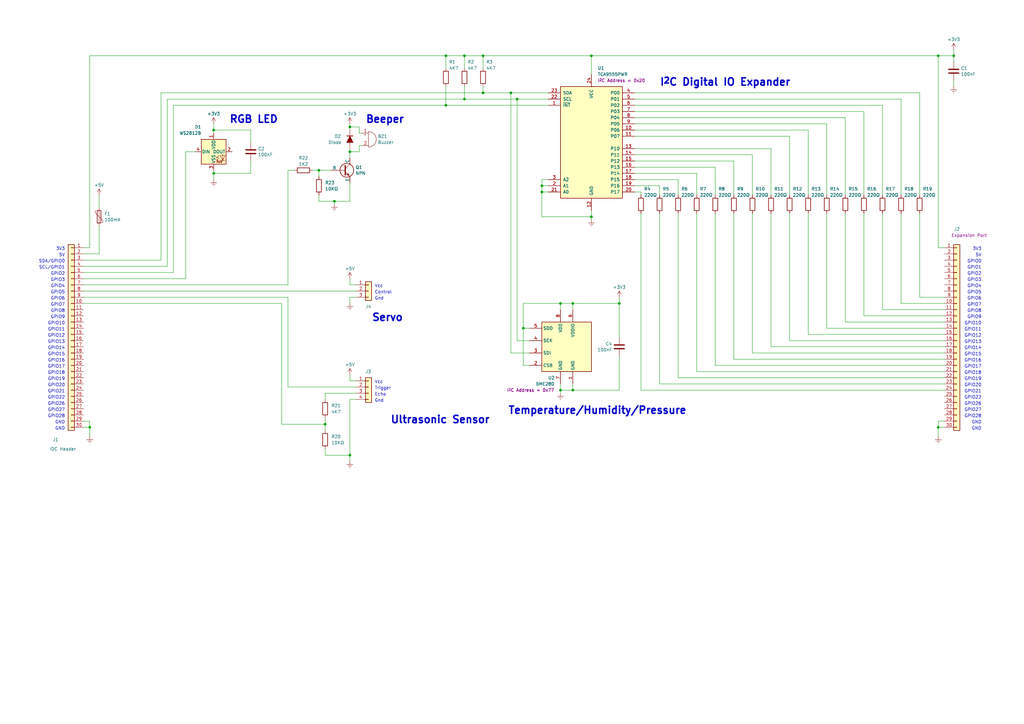
<source format=kicad_sch>
(kicad_sch (version 20230121) (generator eeschema)
  (paper "A3")
  (title_block (title "Pico Xpander - Sensor Array Board") (company "Evroy Systems Ltd."))
  (lib_symbols
    (symbol "Connector_Generic:Conn_01x03" (pin_names (offset 1.016) hide)
      (property "Reference" "J" (at 0 5.08 0))
      (property "Value" "Conn_01x03" (at 0 -5.08 0))
      (symbol "Conn_01x03_1_1"
        (rectangle (start -1.27 -2.413) (end 0 -2.667) (stroke (width 0.1524)))
        (rectangle (start -1.27 0.127) (end 0 -0.127) (stroke (width 0.1524)))
        (rectangle (start -1.27 2.667) (end 0 2.413) (stroke (width 0.1524)))
        (rectangle (start -1.27 3.81) (end 1.27 -3.81) (stroke (width 0.254)) (fill (type background)))
        (pin passive line (at -5.08 2.54 0) (length 3.81) (name "Pin_1") (number "1"))
        (pin passive line (at -5.08 0 0) (length 3.81) (name "Pin_2") (number "2"))
        (pin passive line (at -5.08 -2.54 0) (length 3.81) (name "Pin_3") (number "3"))
      )
    )
    (symbol "Connector_Generic:Conn_01x04" (pin_names (offset 1.016) hide)
      (property "Reference" "J" (at 0 5.08 0))
      (property "Value" "Conn_01x04" (at 0 -7.62 0))
      (symbol "Conn_01x04_1_1"
        (rectangle (start -1.27 -4.953) (end 0 -5.207) (stroke (width 0.1524)))
        (rectangle (start -1.27 -2.413) (end 0 -2.667) (stroke (width 0.1524)))
        (rectangle (start -1.27 0.127) (end 0 -0.127) (stroke (width 0.1524)))
        (rectangle (start -1.27 2.667) (end 0 2.413) (stroke (width 0.1524)))
        (rectangle (start -1.27 3.81) (end 1.27 -6.35) (stroke (width 0.254)) (fill (type background)))
        (pin passive line (at -5.08 2.54 0) (length 3.81) (name "Pin_1") (number "1"))
        (pin passive line (at -5.08 0 0) (length 3.81) (name "Pin_2") (number "2"))
        (pin passive line (at -5.08 -2.54 0) (length 3.81) (name "Pin_3") (number "3"))
        (pin passive line (at -5.08 -5.08 0) (length 3.81) (name "Pin_4") (number "4"))
      )
    )
    (symbol "Connector_Generic:Conn_01x30" (pin_names (offset 1.016) hide)
      (property "Reference" "J" (at 0 38.1 0))
      (property "Value" "Conn_01x30" (at 0 -40.64 0))
      (symbol "Conn_01x30_1_1"
        (rectangle (start -1.27 -37.973) (end 0 -38.227) (stroke (width 0.1524)))
        (rectangle (start -1.27 -35.433) (end 0 -35.687) (stroke (width 0.1524)))
        (rectangle (start -1.27 -32.893) (end 0 -33.147) (stroke (width 0.1524)))
        (rectangle (start -1.27 -30.353) (end 0 -30.607) (stroke (width 0.1524)))
        (rectangle (start -1.27 -27.813) (end 0 -28.067) (stroke (width 0.1524)))
        (rectangle (start -1.27 -25.273) (end 0 -25.527) (stroke (width 0.1524)))
        (rectangle (start -1.27 -22.733) (end 0 -22.987) (stroke (width 0.1524)))
        (rectangle (start -1.27 -20.193) (end 0 -20.447) (stroke (width 0.1524)))
        (rectangle (start -1.27 -17.653) (end 0 -17.907) (stroke (width 0.1524)))
        (rectangle (start -1.27 -15.113) (end 0 -15.367) (stroke (width 0.1524)))
        (rectangle (start -1.27 -12.573) (end 0 -12.827) (stroke (width 0.1524)))
        (rectangle (start -1.27 -10.033) (end 0 -10.287) (stroke (width 0.1524)))
        (rectangle (start -1.27 -7.493) (end 0 -7.747) (stroke (width 0.1524)))
        (rectangle (start -1.27 -4.953) (end 0 -5.207) (stroke (width 0.1524)))
        (rectangle (start -1.27 -2.413) (end 0 -2.667) (stroke (width 0.1524)))
        (rectangle (start -1.27 0.127) (end 0 -0.127) (stroke (width 0.1524)))
        (rectangle (start -1.27 2.667) (end 0 2.413) (stroke (width 0.1524)))
        (rectangle (start -1.27 5.207) (end 0 4.953) (stroke (width 0.1524)))
        (rectangle (start -1.27 7.747) (end 0 7.493) (stroke (width 0.1524)))
        (rectangle (start -1.27 10.287) (end 0 10.033) (stroke (width 0.1524)))
        (rectangle (start -1.27 12.827) (end 0 12.573) (stroke (width 0.1524)))
        (rectangle (start -1.27 15.367) (end 0 15.113) (stroke (width 0.1524)))
        (rectangle (start -1.27 17.907) (end 0 17.653) (stroke (width 0.1524)))
        (rectangle (start -1.27 20.447) (end 0 20.193) (stroke (width 0.1524)))
        (rectangle (start -1.27 22.987) (end 0 22.733) (stroke (width 0.1524)))
        (rectangle (start -1.27 25.527) (end 0 25.273) (stroke (width 0.1524)))
        (rectangle (start -1.27 28.067) (end 0 27.813) (stroke (width 0.1524)))
        (rectangle (start -1.27 30.607) (end 0 30.353) (stroke (width 0.1524)))
        (rectangle (start -1.27 33.147) (end 0 32.893) (stroke (width 0.1524)))
        (rectangle (start -1.27 35.687) (end 0 35.433) (stroke (width 0.1524)))
        (rectangle (start -1.27 36.83) (end 1.27 -39.37) (stroke (width 0.254)) (fill (type background)))
        (pin passive line (at -5.08 35.56 0) (length 3.81) (name "Pin_1") (number "1"))
        (pin passive line (at -5.08 12.7 0) (length 3.81) (name "Pin_10") (number "10"))
        (pin passive line (at -5.08 10.16 0) (length 3.81) (name "Pin_11") (number "11"))
        (pin passive line (at -5.08 7.62 0) (length 3.81) (name "Pin_12") (number "12"))
        (pin passive line (at -5.08 5.08 0) (length 3.81) (name "Pin_13") (number "13"))
        (pin passive line (at -5.08 2.54 0) (length 3.81) (name "Pin_14") (number "14"))
        (pin passive line (at -5.08 0 0) (length 3.81) (name "Pin_15") (number "15"))
        (pin passive line (at -5.08 -2.54 0) (length 3.81) (name "Pin_16") (number "16"))
        (pin passive line (at -5.08 -5.08 0) (length 3.81) (name "Pin_17") (number "17"))
        (pin passive line (at -5.08 -7.62 0) (length 3.81) (name "Pin_18") (number "18"))
        (pin passive line (at -5.08 -10.16 0) (length 3.81) (name "Pin_19") (number "19"))
        (pin passive line (at -5.08 33.02 0) (length 3.81) (name "Pin_2") (number "2"))
        (pin passive line (at -5.08 -12.7 0) (length 3.81) (name "Pin_20") (number "20"))
        (pin passive line (at -5.08 -15.24 0) (length 3.81) (name "Pin_21") (number "21"))
        (pin passive line (at -5.08 -17.78 0) (length 3.81) (name "Pin_22") (number "22"))
        (pin passive line (at -5.08 -20.32 0) (length 3.81) (name "Pin_23") (number "23"))
        (pin passive line (at -5.08 -22.86 0) (length 3.81) (name "Pin_24") (number "24"))
        (pin passive line (at -5.08 -25.4 0) (length 3.81) (name "Pin_25") (number "25"))
        (pin passive line (at -5.08 -27.94 0) (length 3.81) (name "Pin_26") (number "26"))
        (pin passive line (at -5.08 -30.48 0) (length 3.81) (name "Pin_27") (number "27"))
        (pin passive line (at -5.08 -33.02 0) (length 3.81) (name "Pin_28") (number "28"))
        (pin passive line (at -5.08 -35.56 0) (length 3.81) (name "Pin_29") (number "29"))
        (pin passive line (at -5.08 30.48 0) (length 3.81) (name "Pin_3") (number "3"))
        (pin passive line (at -5.08 -38.1 0) (length 3.81) (name "Pin_30") (number "30"))
        (pin passive line (at -5.08 27.94 0) (length 3.81) (name "Pin_4") (number "4"))
        (pin passive line (at -5.08 25.4 0) (length 3.81) (name "Pin_5") (number "5"))
        (pin passive line (at -5.08 22.86 0) (length 3.81) (name "Pin_6") (number "6"))
        (pin passive line (at -5.08 20.32 0) (length 3.81) (name "Pin_7") (number "7"))
        (pin passive line (at -5.08 17.78 0) (length 3.81) (name "Pin_8") (number "8"))
        (pin passive line (at -5.08 15.24 0) (length 3.81) (name "Pin_9") (number "9"))
      )
    )
    (symbol "Device:Buzzer" (pin_names (offset 0.0254) hide)
      (property "Reference" "BZ" (at 3.81 1.27 0))
      (property "Value" "Buzzer" (at 3.81 -1.27 0))
      (symbol "Buzzer_0_1"
        (arc (start 0 -3.175) (mid 3.1612 0) (end 0 3.175))
        (polyline (pts (xy -1.651 1.905) (xy -1.143 1.905)))
        (polyline (pts (xy -1.397 2.159) (xy -1.397 1.651)))
        (polyline (pts (xy 0 3.175) (xy 0 -3.175)))
      )
      (symbol "Buzzer_1_1"
        (pin passive line (at -2.54 2.54 0) (length 2.54) (name "+") (number "1"))
        (pin passive line (at -2.54 -2.54 0) (length 2.54) (name "-") (number "2"))
      )
    )
    (symbol "Device:C" (pin_numbers hide) (pin_names (offset 0.254))
      (property "Reference" "C" (at 0.635 2.54 0))
      (property "Value" "C" (at 0.635 -2.54 0))
      (symbol "C_0_1"
        (polyline (pts (xy -2.032 -0.762) (xy 2.032 -0.762)) (stroke (width 0.508)))
        (polyline (pts (xy -2.032 0.762) (xy 2.032 0.762)) (stroke (width 0.508)))
      )
      (symbol "C_1_1"
        (pin passive line (at 0 3.81 270) (length 2.794) (name "~") (number "1"))
        (pin passive line (at 0 -3.81 90) (length 2.794) (name "~") (number "2"))
      )
    )
    (symbol "Device:Polyfuse" (pin_numbers hide) (pin_names (offset 0))
      (property "Reference" "F" (at -2.54 0 90))
      (property "Value" "Polyfuse" (at 2.54 0 90))
      (symbol "Polyfuse_0_1"
        (rectangle (start -0.762 2.54) (end 0.762 -2.54) (stroke (width 0.254)))
        (polyline (pts (xy 0 2.54) (xy 0 -2.54)))
        (polyline (pts (xy -1.524 2.54) (xy -1.524 1.524) (xy 1.524 -1.524) (xy 1.524 -2.54)))
      )
      (symbol "Polyfuse_1_1"
        (pin passive line (at 0 3.81 270) (length 1.27) (name "~") (number "1"))
        (pin passive line (at 0 -3.81 90) (length 1.27) (name "~") (number "2"))
      )
    )
    (symbol "Device:R" (pin_numbers hide) (pin_names (offset 0))
      (property "Reference" "R" (at 2.032 0 90))
      (property "Value" "R" (at 0 0 90))
      (symbol "R_0_1"
        (rectangle (start -1.016 -2.54) (end 1.016 2.54) (stroke (width 0.254)))
      )
      (symbol "R_1_1"
        (pin passive line (at 0 3.81 270) (length 1.27) (name "~") (number "1"))
        (pin passive line (at 0 -3.81 90) (length 1.27) (name "~") (number "2"))
      )
    )
    (symbol "Diode_Custom:Diode" (pin_numbers hide) (pin_names (offset 1.016) hide)
      (property "Reference" "D" (at 0 2.54 0))
      (property "Value" "Diode" (at 0 -2.54 0))
      (symbol "Diode_0_1"
        (polyline (pts (xy -1.3916 1.2517) (xy -1.3916 -1.2883)) (stroke (width 0.3)))
        (polyline (pts (xy 1.27 0) (xy -1.27 0)))
        (polyline (pts (xy 1.27 1.27) (xy 1.27 -1.27) (xy -1.27 0) (xy 1.27 1.27)) (stroke (width 0.254)) (fill (type outline)))
      )
      (symbol "Diode_1_1"
        (pin passive line (at -3.81 0 0) (length 2.54) (name "K") (number "1"))
        (pin passive line (at 3.81 0 180) (length 2.54) (name "A") (number "2"))
      )
    )
    (symbol "Interface_Expansion:TCA9555PWR" (pin_names (offset 1.016))
      (property "Reference" "U" (at -11.43 24.13 0))
      (property "Value" "TCA9555PWR" (at 0 0 0))
      (symbol "TCA9555PWR_0_1"
        (rectangle (start -12.7 22.86) (end 12.7 -22.86) (stroke (width 0.254)) (fill (type background)))
      )
      (symbol "TCA9555PWR_1_1"
        (pin open_collector line (at -17.78 15.24 0) (length 5.08) (name "~{INT}") (number "1"))
        (pin bidirectional line (at 17.78 5.08 180) (length 5.08) (name "P06") (number "10"))
        (pin bidirectional line (at 17.78 2.54 180) (length 5.08) (name "P07") (number "11"))
        (pin power_in line (at 0 -27.94 90) (length 5.08) (name "GND") (number "12"))
        (pin bidirectional line (at 17.78 -2.54 180) (length 5.08) (name "P10") (number "13"))
        (pin bidirectional line (at 17.78 -5.08 180) (length 5.08) (name "P11") (number "14"))
        (pin bidirectional line (at 17.78 -7.62 180) (length 5.08) (name "P12") (number "15"))
        (pin bidirectional line (at 17.78 -10.16 180) (length 5.08) (name "P13") (number "16"))
        (pin bidirectional line (at 17.78 -12.7 180) (length 5.08) (name "P14") (number "17"))
        (pin bidirectional line (at 17.78 -15.24 180) (length 5.08) (name "P15") (number "18"))
        (pin bidirectional line (at 17.78 -17.78 180) (length 5.08) (name "P16") (number "19"))
        (pin input line (at -17.78 -17.78 0) (length 5.08) (name "A1") (number "2"))
        (pin bidirectional line (at 17.78 -20.32 180) (length 5.08) (name "P17") (number "20"))
        (pin input line (at -17.78 -20.32 0) (length 5.08) (name "A0") (number "21"))
        (pin input line (at -17.78 17.78 0) (length 5.08) (name "SCL") (number "22"))
        (pin bidirectional line (at -17.78 20.32 0) (length 5.08) (name "SDA") (number "23"))
        (pin power_in line (at 0 27.94 270) (length 5.08) (name "VCC") (number "24"))
        (pin input line (at -17.78 -15.24 0) (length 5.08) (name "A2") (number "3"))
        (pin bidirectional line (at 17.78 20.32 180) (length 5.08) (name "P00") (number "4"))
        (pin bidirectional line (at 17.78 17.78 180) (length 5.08) (name "P01") (number "5"))
        (pin bidirectional line (at 17.78 15.24 180) (length 5.08) (name "P02") (number "6"))
        (pin bidirectional line (at 17.78 12.7 180) (length 5.08) (name "P03") (number "7"))
        (pin bidirectional line (at 17.78 10.16 180) (length 5.08) (name "P04") (number "8"))
        (pin bidirectional line (at 17.78 7.62 180) (length 5.08) (name "P05") (number "9"))
      )
    )
    (symbol "LED:WS2812B" (pin_names (offset 0.254))
      (property "Reference" "D" (at 5.08 5.715 0))
      (property "Value" "WS2812B" (at 1.27 -5.715 0))
      (symbol "WS2812B_0_0"
        (text "RGB" (at 2.286 -4.191 0) (effects (font (size 0.762 0.762))))
      )
      (symbol "WS2812B_0_1"
        (polyline (pts (xy 1.27 -3.556) (xy 1.778 -3.556)))
        (polyline (pts (xy 1.27 -2.54) (xy 1.778 -2.54)))
        (polyline (pts (xy 4.699 -3.556) (xy 2.667 -3.556)))
        (polyline (pts (xy 2.286 -2.54) (xy 1.27 -3.556) (xy 1.27 -3.048)))
        (polyline (pts (xy 2.286 -1.524) (xy 1.27 -2.54) (xy 1.27 -2.032)))
        (polyline (pts (xy 3.683 -1.016) (xy 3.683 -3.556) (xy 3.683 -4.064)))
        (polyline (pts (xy 4.699 -1.524) (xy 2.667 -1.524) (xy 3.683 -3.556) (xy 4.699 -1.524)))
        (rectangle (start 5.08 5.08) (end -5.08 -5.08) (stroke (width 0.254)) (fill (type background)))
      )
      (symbol "WS2812B_1_1"
        (pin power_in line (at 0 7.62 270) (length 2.54) (name "VDD") (number "1"))
        (pin output line (at 7.62 0 180) (length 2.54) (name "DOUT") (number "2"))
        (pin power_in line (at 0 -7.62 90) (length 2.54) (name "VSS") (number "3"))
        (pin input line (at -7.62 0 0) (length 2.54) (name "DIN") (number "4"))
      )
    )
    (symbol "Sensor:BME280"
      (property "Reference" "U" (at -8.89 11.43 0))
      (property "Value" "BME280" (at 7.62 11.43 0))
      (symbol "BME280_0_1"
        (rectangle (start -10.16 10.16) (end 10.16 -10.16) (stroke (width 0.254)) (fill (type background)))
      )
      (symbol "BME280_1_1"
        (pin power_in line (at -2.54 -15.24 90) (length 5.08) (name "GND") (number "1"))
        (pin input line (at 15.24 -7.62 180) (length 5.08) (name "CSB") (number "2"))
        (pin bidirectional line (at 15.24 -2.54 180) (length 5.08) (name "SDI") (number "3"))
        (pin input line (at 15.24 2.54 180) (length 5.08) (name "SCK") (number "4"))
        (pin bidirectional line (at 15.24 7.62 180) (length 5.08) (name "SDO") (number "5"))
        (pin power_in line (at -2.54 15.24 270) (length 5.08) (name "VDDIO") (number "6"))
        (pin power_in line (at 2.54 -15.24 90) (length 5.08) (name "GND") (number "7"))
        (pin power_in line (at 2.54 15.24 270) (length 5.08) (name "VDD") (number "8"))
      )
    )
    (symbol "Simulation_SPICE:NPN" (pin_numbers hide) (pin_names (offset 0))
      (property "Reference" "Q" (at -2.54 7.62 0))
      (property "Value" "NPN" (at -2.54 5.08 0))
      (symbol "NPN_0_1"
        (polyline (pts (xy -2.54 0) (xy 0.635 0)) (stroke (width 0.1524)))
        (polyline (pts (xy 0.635 0.635) (xy 2.54 2.54)))
        (polyline (pts (xy 2.794 -1.27) (xy 2.794 -1.27)) (stroke (width 0.1524)))
        (polyline (pts (xy 2.794 -1.27) (xy 2.794 -1.27)) (stroke (width 0.1524)))
        (polyline (pts (xy 0.635 -0.635) (xy 2.54 -2.54) (xy 2.54 -2.54)))
        (polyline (pts (xy 0.635 1.905) (xy 0.635 -1.905) (xy 0.635 -1.905)) (stroke (width 0.508)))
        (polyline (pts (xy 1.27 -1.778) (xy 1.778 -1.27) (xy 2.286 -2.286) (xy 1.27 -1.778) (xy 1.27 -1.778)) (fill (type outline)))
        (circle (center 1.27 0) (radius 2.8194) (stroke (width 0.254)))
      )
      (symbol "NPN_1_1"
        (pin open_collector line (at 2.54 5.08 270) (length 2.54) (name "C") (number "1"))
        (pin input line (at -5.08 0 0) (length 2.54) (name "B") (number "2"))
        (pin open_emitter line (at 2.54 -5.08 90) (length 2.54) (name "E") (number "3"))
      )
    )
    (symbol "power:+3V3" (power) (pin_names (offset 0))
      (property "Value" "+3V3" (at 0 3.556 0))
      (symbol "+3V3_0_1"
        (polyline (pts (xy -0.762 1.27) (xy 0 2.54)))
        (polyline (pts (xy 0 0) (xy 0 2.54)))
        (polyline (pts (xy 0 2.54) (xy 0.762 1.27)))
      )
      (symbol "+3V3_1_1"
        (pin power_in line (at 0 0 90) (length 0) hide (name "+3V3") (number "1"))
      )
    )
    (symbol "power:+5V" (power) (pin_names (offset 0))
      (property "Value" "+5V" (at 0 3.556 0))
      (symbol "+5V_0_1"
        (polyline (pts (xy -0.762 1.27) (xy 0 2.54)))
        (polyline (pts (xy 0 0) (xy 0 2.54)))
        (polyline (pts (xy 0 2.54) (xy 0.762 1.27)))
      )
      (symbol "+5V_1_1"
        (pin power_in line (at 0 0 90) (length 0) hide (name "+5V") (number "1"))
      )
    )
    (symbol "power:GNDREF" (power) (pin_names (offset 0))
      (property "Value" "GNDREF" (at 0 -3.81 0))
      (symbol "GNDREF_0_1"
        (polyline (pts (xy -0.635 -1.905) (xy 0.635 -1.905)))
        (polyline (pts (xy -0.127 -2.54) (xy 0.127 -2.54)))
        (polyline (pts (xy 0 -1.27) (xy 0 0)))
        (polyline (pts (xy 1.27 -1.27) (xy -1.27 -1.27)))
      )
      (symbol "GNDREF_1_1"
        (pin power_in line (at 0 0 270) (length 0) hide (name "GNDREF") (number "1"))
      )
    )
  )
  (junction (at 234.95 160.02))
  (junction (at 384.81 175.26))
  (junction (at 214.63 134.62))
  (junction (at 198.12 38.1))
  (junction (at 229.87 124.46))
  (junction (at 182.88 22.86))
  (junction (at 182.88 43.18))
  (junction (at 143.51 52.07))
  (junction (at 137.16 82.55))
  (junction (at 130.81 69.85))
  (junction (at 198.12 22.86))
  (junction (at 190.5 40.64))
  (junction (at 143.51 62.23))
  (junction (at 391.16 22.86))
  (junction (at 87.63 53.34))
  (junction (at 133.35 173.99))
  (junction (at 254 124.46))
  (junction (at 36.83 175.26))
  (junction (at 212.09 40.64))
  (junction (at 234.95 124.46))
  (junction (at 384.81 22.86))
  (junction (at 143.51 186.69))
  (junction (at 229.87 160.02))
  (junction (at 222.25 78.74))
  (junction (at 242.57 22.86))
  (junction (at 242.57 88.9))
  (junction (at 222.25 76.2))
  (junction (at 87.63 71.12))
  (junction (at 190.5 22.86))
  (junction (at 209.55 38.1))
  (wire (pts (xy 34.29 119.38) (xy 146.05 119.38)))
  (wire (pts (xy 182.88 22.86) (xy 190.5 22.86)))
  (wire (pts (xy 384.81 22.86) (xy 391.16 22.86)))
  (wire (pts (xy 260.35 73.66) (xy 278.13 73.66)))
  (wire (pts (xy 40.64 104.14) (xy 40.64 92.71)))
  (wire (pts (xy 190.5 22.86) (xy 198.12 22.86)))
  (wire (pts (xy 285.75 71.12) (xy 285.75 80.01)))
  (wire (pts (xy 331.47 53.34) (xy 331.47 80.01)))
  (wire (pts (xy 143.51 50.8) (xy 143.51 52.07)))
  (wire (pts (xy 133.35 173.99) (xy 115.57 173.99)))
  (wire (pts (xy 331.47 87.63) (xy 331.47 137.16)))
  (wire (pts (xy 234.95 157.48) (xy 234.95 160.02)))
  (wire (pts (xy 143.51 52.07) (xy 143.51 53.34)))
  (wire (pts (xy 387.35 175.26) (xy 384.81 175.26)))
  (wire (pts (xy 260.35 55.88) (xy 323.85 55.88)))
  (wire (pts (xy 384.81 175.26) (xy 384.81 179.07)))
  (wire (pts (xy 260.35 76.2) (xy 270.51 76.2)))
  (wire (pts (xy 68.58 109.22) (xy 68.58 40.64)))
  (wire (pts (xy 36.83 22.86) (xy 36.83 101.6)))
  (wire (pts (xy 222.25 88.9) (xy 242.57 88.9)))
  (wire (pts (xy 308.61 144.78) (xy 387.35 144.78)))
  (wire (pts (xy 254 160.02) (xy 254 146.05)))
  (wire (pts (xy 300.99 87.63) (xy 300.99 147.32)))
  (wire (pts (xy 270.51 157.48) (xy 387.35 157.48)))
  (wire (pts (xy 316.23 87.63) (xy 316.23 142.24)))
  (wire (pts (xy 387.35 172.72) (xy 384.81 172.72)))
  (wire (pts (xy 133.35 186.69) (xy 143.51 186.69)))
  (wire (pts (xy 270.51 76.2) (xy 270.51 80.01)))
  (wire (pts (xy 143.51 186.69) (xy 143.51 189.23)))
  (wire (pts (xy 182.88 43.18) (xy 224.79 43.18)))
  (wire (pts (xy 182.88 22.86) (xy 36.83 22.86)))
  (wire (pts (xy 331.47 137.16) (xy 387.35 137.16)))
  (wire (pts (xy 217.17 139.7) (xy 212.09 139.7)))
  (wire (pts (xy 34.29 121.92) (xy 118.11 121.92)))
  (wire (pts (xy 369.57 124.46) (xy 387.35 124.46)))
  (wire (pts (xy 254 124.46) (xy 254 138.43)))
  (wire (pts (xy 143.51 124.46) (xy 143.51 121.92)))
  (wire (pts (xy 224.79 76.2) (xy 222.25 76.2)))
  (wire (pts (xy 34.29 111.76) (xy 71.12 111.76)))
  (wire (pts (xy 354.33 129.54) (xy 387.35 129.54)))
  (wire (pts (xy 212.09 139.7) (xy 212.09 40.64)))
  (wire (pts (xy 143.51 153.67) (xy 143.51 156.21)))
  (wire (pts (xy 133.35 161.29) (xy 133.35 163.83)))
  (wire (pts (xy 260.35 43.18) (xy 361.95 43.18)))
  (wire (pts (xy 66.04 38.1) (xy 198.12 38.1)))
  (wire (pts (xy 143.51 116.84) (xy 146.05 116.84)))
  (wire (pts (xy 377.19 38.1) (xy 377.19 80.01)))
  (wire (pts (xy 118.11 158.75) (xy 146.05 158.75)))
  (wire (pts (xy 339.09 134.62) (xy 387.35 134.62)))
  (wire (pts (xy 361.95 43.18) (xy 361.95 80.01)))
  (wire (pts (xy 242.57 22.86) (xy 384.81 22.86)))
  (wire (pts (xy 354.33 87.63) (xy 354.33 129.54)))
  (wire (pts (xy 146.05 163.83) (xy 143.51 163.83)))
  (wire (pts (xy 66.04 106.68) (xy 66.04 38.1)))
  (wire (pts (xy 217.17 144.78) (xy 209.55 144.78)))
  (wire (pts (xy 323.85 55.88) (xy 323.85 80.01)))
  (wire (pts (xy 130.81 69.85) (xy 130.81 72.39)))
  (wire (pts (xy 36.83 175.26) (xy 36.83 179.07)))
  (wire (pts (xy 143.51 52.07) (xy 147.32 52.07)))
  (wire (pts (xy 198.12 22.86) (xy 198.12 27.94)))
  (wire (pts (xy 34.29 104.14) (xy 40.64 104.14)))
  (wire (pts (xy 214.63 149.86) (xy 214.63 134.62)))
  (wire (pts (xy 234.95 160.02) (xy 254 160.02)))
  (wire (pts (xy 293.37 68.58) (xy 293.37 80.01)))
  (wire (pts (xy 300.99 147.32) (xy 387.35 147.32)))
  (wire (pts (xy 391.16 33.02) (xy 391.16 35.56)))
  (wire (pts (xy 143.51 82.55) (xy 143.51 74.93)))
  (wire (pts (xy 34.29 109.22) (xy 68.58 109.22)))
  (wire (pts (xy 148.59 59.69) (xy 147.32 59.69)))
  (wire (pts (xy 369.57 87.63) (xy 369.57 124.46)))
  (wire (pts (xy 316.23 142.24) (xy 387.35 142.24)))
  (wire (pts (xy 278.13 154.94) (xy 387.35 154.94)))
  (wire (pts (xy 87.63 71.12) (xy 87.63 69.85)))
  (wire (pts (xy 217.17 134.62) (xy 214.63 134.62)))
  (wire (pts (xy 182.88 35.56) (xy 182.88 43.18)))
  (wire (pts (xy 34.29 175.26) (xy 36.83 175.26)))
  (wire (pts (xy 391.16 22.86) (xy 391.16 25.4)))
  (wire (pts (xy 369.57 40.64) (xy 369.57 80.01)))
  (wire (pts (xy 242.57 22.86) (xy 242.57 30.48)))
  (wire (pts (xy 147.32 59.69) (xy 147.32 62.23)))
  (wire (pts (xy 346.71 132.08) (xy 387.35 132.08)))
  (wire (pts (xy 300.99 66.04) (xy 300.99 80.01)))
  (wire (pts (xy 143.51 156.21) (xy 146.05 156.21)))
  (wire (pts (xy 76.2 114.3) (xy 34.29 114.3)))
  (wire (pts (xy 260.35 53.34) (xy 331.47 53.34)))
  (wire (pts (xy 209.55 38.1) (xy 209.55 144.78)))
  (wire (pts (xy 377.19 87.63) (xy 377.19 121.92)))
  (wire (pts (xy 76.2 62.23) (xy 76.2 114.3)))
  (wire (pts (xy 80.01 62.23) (xy 76.2 62.23)))
  (wire (pts (xy 40.64 85.09) (xy 40.64 80.01)))
  (wire (pts (xy 224.79 78.74) (xy 222.25 78.74)))
  (wire (pts (xy 137.16 82.55) (xy 143.51 82.55)))
  (wire (pts (xy 285.75 152.4) (xy 387.35 152.4)))
  (wire (pts (xy 130.81 82.55) (xy 137.16 82.55)))
  (wire (pts (xy 308.61 87.63) (xy 308.61 144.78)))
  (wire (pts (xy 87.63 53.34) (xy 87.63 54.61)))
  (wire (pts (xy 354.33 45.72) (xy 354.33 80.01)))
  (wire (pts (xy 323.85 139.7) (xy 387.35 139.7)))
  (wire (pts (xy 102.87 66.04) (xy 102.87 71.12)))
  (wire (pts (xy 217.17 149.86) (xy 214.63 149.86)))
  (wire (pts (xy 293.37 149.86) (xy 387.35 149.86)))
  (wire (pts (xy 222.25 78.74) (xy 222.25 88.9)))
  (wire (pts (xy 339.09 50.8) (xy 339.09 80.01)))
  (wire (pts (xy 102.87 53.34) (xy 87.63 53.34)))
  (wire (pts (xy 260.35 63.5) (xy 308.61 63.5)))
  (wire (pts (xy 214.63 124.46) (xy 229.87 124.46)))
  (wire (pts (xy 209.55 38.1) (xy 198.12 38.1)))
  (wire (pts (xy 190.5 35.56) (xy 190.5 40.64)))
  (wire (pts (xy 242.57 88.9) (xy 242.57 86.36)))
  (wire (pts (xy 133.35 171.45) (xy 133.35 173.99)))
  (wire (pts (xy 87.63 50.8) (xy 87.63 53.34)))
  (wire (pts (xy 262.89 78.74) (xy 262.89 80.01)))
  (wire (pts (xy 234.95 124.46) (xy 254 124.46)))
  (wire (pts (xy 147.32 54.61) (xy 147.32 52.07)))
  (wire (pts (xy 143.51 121.92) (xy 146.05 121.92)))
  (wire (pts (xy 260.35 78.74) (xy 262.89 78.74)))
  (wire (pts (xy 143.51 60.96) (xy 143.51 62.23)))
  (wire (pts (xy 224.79 38.1) (xy 209.55 38.1)))
  (wire (pts (xy 391.16 20.32) (xy 391.16 22.86)))
  (wire (pts (xy 278.13 87.63) (xy 278.13 154.94)))
  (wire (pts (xy 146.05 161.29) (xy 133.35 161.29)))
  (wire (pts (xy 293.37 87.63) (xy 293.37 149.86)))
  (wire (pts (xy 34.29 106.68) (xy 66.04 106.68)))
  (wire (pts (xy 387.35 101.6) (xy 384.81 101.6)))
  (wire (pts (xy 384.81 172.72) (xy 384.81 175.26)))
  (wire (pts (xy 130.81 80.01) (xy 130.81 82.55)))
  (wire (pts (xy 36.83 172.72) (xy 36.83 175.26)))
  (wire (pts (xy 148.59 54.61) (xy 147.32 54.61)))
  (wire (pts (xy 190.5 40.64) (xy 212.09 40.64)))
  (wire (pts (xy 34.29 172.72) (xy 36.83 172.72)))
  (wire (pts (xy 130.81 69.85) (xy 135.89 69.85)))
  (wire (pts (xy 260.35 50.8) (xy 339.09 50.8)))
  (wire (pts (xy 361.95 127) (xy 387.35 127)))
  (wire (pts (xy 260.35 38.1) (xy 377.19 38.1)))
  (wire (pts (xy 346.71 87.63) (xy 346.71 132.08)))
  (wire (pts (xy 222.25 73.66) (xy 222.25 76.2)))
  (wire (pts (xy 214.63 134.62) (xy 214.63 124.46)))
  (wire (pts (xy 143.51 114.3) (xy 143.51 116.84)))
  (wire (pts (xy 361.95 87.63) (xy 361.95 127)))
  (wire (pts (xy 143.51 186.69) (xy 143.51 163.83)))
  (wire (pts (xy 182.88 27.94) (xy 182.88 22.86)))
  (wire (pts (xy 118.11 158.75) (xy 118.11 121.92)))
  (wire (pts (xy 198.12 38.1) (xy 198.12 35.56)))
  (wire (pts (xy 115.57 124.46) (xy 34.29 124.46)))
  (wire (pts (xy 260.35 66.04) (xy 300.99 66.04)))
  (wire (pts (xy 224.79 73.66) (xy 222.25 73.66)))
  (wire (pts (xy 143.51 62.23) (xy 143.51 64.77)))
  (wire (pts (xy 260.35 71.12) (xy 285.75 71.12)))
  (wire (pts (xy 260.35 40.64) (xy 369.57 40.64)))
  (wire (pts (xy 68.58 40.64) (xy 190.5 40.64)))
  (wire (pts (xy 229.87 127) (xy 229.87 124.46)))
  (wire (pts (xy 346.71 48.26) (xy 346.71 80.01)))
  (wire (pts (xy 229.87 124.46) (xy 234.95 124.46)))
  (wire (pts (xy 339.09 87.63) (xy 339.09 134.62)))
  (wire (pts (xy 34.29 101.6) (xy 36.83 101.6)))
  (wire (pts (xy 260.35 68.58) (xy 293.37 68.58)))
  (wire (pts (xy 278.13 73.66) (xy 278.13 80.01)))
  (wire (pts (xy 234.95 127) (xy 234.95 124.46)))
  (wire (pts (xy 137.16 82.55) (xy 137.16 83.82)))
  (wire (pts (xy 133.35 184.15) (xy 133.35 186.69)))
  (wire (pts (xy 143.51 62.23) (xy 147.32 62.23)))
  (wire (pts (xy 229.87 157.48) (xy 229.87 160.02)))
  (wire (pts (xy 242.57 90.17) (xy 242.57 88.9)))
  (wire (pts (xy 316.23 60.96) (xy 316.23 80.01)))
  (wire (pts (xy 260.35 48.26) (xy 346.71 48.26)))
  (wire (pts (xy 212.09 40.64) (xy 224.79 40.64)))
  (wire (pts (xy 229.87 160.02) (xy 229.87 161.29)))
  (wire (pts (xy 118.11 69.85) (xy 120.65 69.85)))
  (wire (pts (xy 115.57 173.99) (xy 115.57 124.46)))
  (wire (pts (xy 384.81 22.86) (xy 384.81 101.6)))
  (wire (pts (xy 323.85 87.63) (xy 323.85 139.7)))
  (wire (pts (xy 308.61 63.5) (xy 308.61 80.01)))
  (wire (pts (xy 198.12 22.86) (xy 242.57 22.86)))
  (wire (pts (xy 71.12 43.18) (xy 71.12 111.76)))
  (wire (pts (xy 262.89 87.63) (xy 262.89 160.02)))
  (wire (pts (xy 229.87 160.02) (xy 234.95 160.02)))
  (wire (pts (xy 260.35 45.72) (xy 354.33 45.72)))
  (wire (pts (xy 190.5 22.86) (xy 190.5 27.94)))
  (wire (pts (xy 260.35 60.96) (xy 316.23 60.96)))
  (wire (pts (xy 102.87 58.42) (xy 102.87 53.34)))
  (wire (pts (xy 222.25 76.2) (xy 222.25 78.74)))
  (wire (pts (xy 102.87 71.12) (xy 87.63 71.12)))
  (wire (pts (xy 133.35 173.99) (xy 133.35 176.53)))
  (wire (pts (xy 128.27 69.85) (xy 130.81 69.85)))
  (wire (pts (xy 87.63 73.66) (xy 87.63 71.12)))
  (wire (pts (xy 118.11 116.84) (xy 34.29 116.84)))
  (wire (pts (xy 377.19 121.92) (xy 387.35 121.92)))
  (wire (pts (xy 254 121.92) (xy 254 124.46)))
  (wire (pts (xy 118.11 69.85) (xy 118.11 116.84)))
  (wire (pts (xy 270.51 87.63) (xy 270.51 157.48)))
  (wire (pts (xy 285.75 87.63) (xy 285.75 152.4)))
  (wire (pts (xy 182.88 43.18) (xy 71.12 43.18)))
  (wire (pts (xy 262.89 160.02) (xy 387.35 160.02)))
  (text "GPIO19" (at 402.59 156.21 0) (effects (font (size 1.27 1.27)) (justify right bottom)))
  (text "GPIO16" (at 26.67 148.59 0) (effects (font (size 1.27 1.27)) (justify right bottom)))
  (text "GPIO26" (at 26.67 166.37 0) (effects (font (size 1.27 1.27)) (justify right bottom)))
  (text "GPIO14" (at 26.67 143.51 0) (effects (font (size 1.27 1.27)) (justify right bottom)))
  (text "Gnd" (at 153.67 165.1 0) (effects (font (size 1.27 1.27)) (justify left bottom)))
  (text "GPIO5" (at 26.67 120.65 0) (effects (font (size 1.27 1.27)) (justify right bottom)))
  (text "3V3" (at 402.59 102.87 0) (effects (font (size 1.27 1.27)) (justify right bottom)))
  (text "5V" (at 26.67 105.41 0) (effects (font (size 1.27 1.27)) (justify right bottom)))
  (text "GPIO0" (at 402.59 107.95 0) (effects (font (size 1.27 1.27)) (justify right bottom)))
  (text "GPIO11" (at 402.59 135.89 0) (effects (font (size 1.27 1.27)) (justify right bottom)))
  (text "GPIO4" (at 26.67 118.11 0) (effects (font (size 1.27 1.27)) (justify right bottom)))
  (text "GPIO14" (at 402.59 143.51 0) (effects (font (size 1.27 1.27)) (justify right bottom)))
  (text "GPIO18" (at 26.67 153.67 0) (effects (font (size 1.27 1.27)) (justify right bottom)))
  (text "GPIO3" (at 26.67 115.57 0) (effects (font (size 1.27 1.27)) (justify right bottom)))
  (text "Ultrasonic Sensor" (at 160.02 173.99 0) (effects (font (size 3 3) (thickness 0.6) bold) (justify left bottom)))
  (text "GPIO7" (at 26.67 125.73 0) (effects (font (size 1.27 1.27)) (justify right bottom)))
  (text "GPIO27" (at 26.67 168.91 0) (effects (font (size 1.27 1.27)) (justify right bottom)))
  (text "GPIO15" (at 402.59 146.05 0) (effects (font (size 1.27 1.27)) (justify right bottom)))
  (text "GPIO18" (at 402.59 153.67 0) (effects (font (size 1.27 1.27)) (justify right bottom)))
  (text "Vcc" (at 153.67 157.48 0) (effects (font (size 1.27 1.27)) (justify left bottom)))
  (text "GPIO17" (at 26.67 151.13 0) (effects (font (size 1.27 1.27)) (justify right bottom)))
  (text "GPIO27" (at 402.59 168.91 0) (effects (font (size 1.27 1.27)) (justify right bottom)))
  (text "GPIO4" (at 402.59 118.11 0) (effects (font (size 1.27 1.27)) (justify right bottom)))
  (text "Servo" (at 152.4 132.08 0) (effects (font (size 3 3) (thickness 0.6) bold) (justify left bottom)))
  (text "GND" (at 26.67 176.53 0) (effects (font (size 1.27 1.27)) (justify right bottom)))
  (text "GPIO3" (at 402.59 115.57 0) (effects (font (size 1.27 1.27)) (justify right bottom)))
  (text "GPIO19" (at 26.67 156.21 0) (effects (font (size 1.27 1.27)) (justify right bottom)))
  (text "I^{2}C Digital IO Expander" (at 270.51 35.56 0) (effects (font (size 3 3) (thickness 0.6) bold) (justify left bottom)))
  (text "GPIO9" (at 26.67 130.81 0) (effects (font (size 1.27 1.27)) (justify right bottom)))
  (text "5V" (at 402.59 105.41 0) (effects (font (size 1.27 1.27)) (justify right bottom)))
  (text "GPIO11" (at 26.67 135.89 0) (effects (font (size 1.27 1.27)) (justify right bottom)))
  (text "GPIO7" (at 402.59 125.73 0) (effects (font (size 1.27 1.27)) (justify right bottom)))
  (text "GPIO6" (at 26.67 123.19 0) (effects (font (size 1.27 1.27)) (justify right bottom)))
  (text "GPIO21" (at 402.59 161.29 0) (effects (font (size 1.27 1.27)) (justify right bottom)))
  (text "Vcc" (at 153.67 118.11 0) (effects (font (size 1.27 1.27)) (justify left bottom)))
  (text "Echo" (at 153.67 162.56 0) (effects (font (size 1.27 1.27)) (justify left bottom)))
  (text "GPIO10" (at 26.67 133.35 0) (effects (font (size 1.27 1.27)) (justify right bottom)))
  (text "GND" (at 26.67 173.99 0) (effects (font (size 1.27 1.27)) (justify right bottom)))
  (text "GPIO12" (at 26.67 138.43 0) (effects (font (size 1.27 1.27)) (justify right bottom)))
  (text "GPIO10" (at 402.59 133.35 0) (effects (font (size 1.27 1.27)) (justify right bottom)))
  (text "GPIO8" (at 26.67 128.27 0) (effects (font (size 1.27 1.27)) (justify right bottom)))
  (text "Temperature/Humidity/Pressure" (at 208.28 170.18 0) (effects (font (size 3 3) (thickness 0.6) bold) (justify left bottom)))
  (text "GPIO9" (at 402.59 130.81 0) (effects (font (size 1.27 1.27)) (justify right bottom)))
  (text "GPIO28" (at 26.67 171.45 0) (effects (font (size 1.27 1.27)) (justify right bottom)))
  (text "GND" (at 402.59 173.99 0) (effects (font (size 1.27 1.27)) (justify right bottom)))
  (text "GPIO22" (at 402.59 163.83 0) (effects (font (size 1.27 1.27)) (justify right bottom)))
  (text "GPIO20" (at 402.59 158.75 0) (effects (font (size 1.27 1.27)) (justify right bottom)))
  (text "GPIO12" (at 402.59 138.43 0) (effects (font (size 1.27 1.27)) (justify right bottom)))
  (text "GPIO28" (at 402.59 171.45 0) (effects (font (size 1.27 1.27)) (justify right bottom)))
  (text "GPIO22" (at 26.67 163.83 0) (effects (font (size 1.27 1.27)) (justify right bottom)))
  (text "Beeper" (at 149.86 50.8 0) (effects (font (size 3 3) (thickness 0.6) bold) (justify left bottom)))
  (text "GPIO21" (at 26.67 161.29 0) (effects (font (size 1.27 1.27)) (justify right bottom)))
  (text "GPIO2" (at 26.67 113.03 0) (effects (font (size 1.27 1.27)) (justify right bottom)))
  (text "GPIO20" (at 26.67 158.75 0) (effects (font (size 1.27 1.27)) (justify right bottom)))
  (text "GPIO13" (at 402.59 140.97 0) (effects (font (size 1.27 1.27)) (justify right bottom)))
  (text "GPIO16" (at 402.59 148.59 0) (effects (font (size 1.27 1.27)) (justify right bottom)))
  (text "Trigger" (at 153.67 160.02 0) (effects (font (size 1.27 1.27)) (justify left bottom)))
  (text "RGB LED" (at 93.98 50.8 0) (effects (font (size 3 3) (thickness 0.6) bold) (justify left bottom)))
  (text "GND" (at 402.59 176.53 0) (effects (font (size 1.27 1.27)) (justify right bottom)))
  (text "GPIO26" (at 402.59 166.37 0) (effects (font (size 1.27 1.27)) (justify right bottom)))
  (text "SCL/GPIO1" (at 26.67 110.49 0) (effects (font (size 1.27 1.27)) (justify right bottom)))
  (text "Control" (at 153.67 120.65 0) (effects (font (size 1.27 1.27)) (justify left bottom)))
  (text "SDA/GPIO0" (at 26.67 107.95 0) (effects (font (size 1.27 1.27)) (justify right bottom)))
  (text "GPIO5" (at 402.59 120.65 0) (effects (font (size 1.27 1.27)) (justify right bottom)))
  (text "GPIO15" (at 26.67 146.05 0) (effects (font (size 1.27 1.27)) (justify right bottom)))
  (text "GPIO1" (at 402.59 110.49 0) (effects (font (size 1.27 1.27)) (justify right bottom)))
  (text "GPIO8" (at 402.59 128.27 0) (effects (font (size 1.27 1.27)) (justify right bottom)))
  (text "GPIO13" (at 26.67 140.97 0) (effects (font (size 1.27 1.27)) (justify right bottom)))
  (text "GPIO6" (at 402.59 123.19 0) (effects (font (size 1.27 1.27)) (justify right bottom)))
  (text "GPIO2" (at 402.59 113.03 0) (effects (font (size 1.27 1.27)) (justify right bottom)))
  (text "GPIO17" (at 402.59 151.13 0) (effects (font (size 1.27 1.27)) (justify right bottom)))
  (text "3V3" (at 26.67 102.87 0) (effects (font (size 1.27 1.27)) (justify right bottom)))
  (text "Gnd" (at 153.67 123.19 0) (effects (font (size 1.27 1.27)) (justify left bottom)))
  (symbol (lib_id "Connector_Generic:Conn_01x30") (at 392.43 137.16 0) (unit 1)
    (property "Reference" "J2" (at 393.7 93.98 0) (effects (justify right)))
    (property "Value" "IDC Header Female" (effects hide))
    (property "Footprint" "Connector_PinSocket_2.54mm:PinSocket_2x15_P2.54mm_Horizontal" (effects hide))
    (property "Desc" "Expansion Port" (at 397.51 96.52 0))
  )
  (symbol (lib_id "Device:R") (at 339.09 83.82 0) (unit 1)
    (property "Reference" "R14" (at 340.36 77.47 0) (effects (justify left)))
    (property "Value" "220Ω" (at 340.36 80.01 0) (effects (justify left)))
  )
  (symbol (lib_id "Device:Buzzer") (at 151.13 57.15 0) (unit 1)
    (property "Reference" "BZ1" (at 154.9262 55.9379 0) (effects (justify left)))
    (property "Value" "Buzzer" (at 154.9262 58.3621 0) (effects (justify left)))
  )
  (symbol (lib_id "Device:R") (at 182.88 31.75 0) (unit 1)
    (property "Reference" "R1" (at 184.15 25.4 0) (effects (justify left)))
    (property "Value" "4K7" (at 184.15 27.94 0) (effects (justify left)))
  )
  (symbol (lib_id "power:GNDREF") (at 384.81 179.07 0) (mirror y) (unit 1)
    (property "Reference" "#PWR04" (effects hide))
    (property "Value" "GNDREF" (effects hide))
  )
  (symbol (lib_id "Device:C") (at 254 142.24 0) (mirror y) (unit 1)
    (property "Reference" "C4" (at 251.079 141.0279 0) (effects (justify left)))
    (property "Value" "100nF" (at 251.079 143.4521 0) (effects (justify left)))
  )
  (symbol (lib_id "Device:R") (at 262.89 83.82 0) (unit 1)
    (property "Reference" "R4" (at 264.16 77.47 0) (effects (justify left)))
    (property "Value" "220Ω" (at 264.16 80.01 0) (effects (justify left)))
  )
  (symbol (lib_id "power:+3V3") (at 143.51 50.8 0) (unit 1)
    (property "Reference" "#PWR08" (effects hide))
    (property "Value" "+3V3" (at 143.51 46.6669 0))
  )
  (symbol (lib_id "Device:R") (at 377.19 83.82 0) (unit 1)
    (property "Reference" "R19" (at 378.46 77.47 0) (effects (justify left)))
    (property "Value" "220Ω" (at 378.46 80.01 0) (effects (justify left)))
  )
  (symbol (lib_id "power:+5V") (at 40.64 80.01 0) (unit 1)
    (property "Reference" "#PWR010" (effects hide))
    (property "Value" "+5V" (at 40.64 75.8769 0))
  )
  (symbol (lib_id "power:GNDREF") (at 87.63 73.66 0) (mirror y) (unit 1)
    (property "Reference" "#PWR07" (effects hide))
    (property "Value" "GNDREF" (effects hide))
  )
  (symbol (lib_id "Device:R") (at 354.33 83.82 0) (unit 1)
    (property "Reference" "R16" (at 355.6 77.47 0) (effects (justify left)))
    (property "Value" "220Ω" (at 355.6 80.01 0) (effects (justify left)))
  )
  (symbol (lib_id "power:GNDREF") (at 36.83 179.07 0) (unit 1)
    (property "Reference" "#PWR01" (effects hide))
    (property "Value" "GNDREF" (effects hide))
  )
  (symbol (lib_id "power:GNDREF") (at 143.51 189.23 0) (mirror y) (unit 1)
    (property "Reference" "#PWR012" (effects hide))
    (property "Value" "GNDREF" (effects hide))
  )
  (symbol (lib_id "Simulation_SPICE:NPN") (at 140.97 69.85 0) (unit 1)
    (property "Reference" "Q1" (at 145.8214 68.6379 0) (effects (justify left)))
    (property "Value" "NPN" (at 145.8214 71.0621 0) (effects (justify left)))
    (property "Datasheet" "https://ngspice.sourceforge.io/docs/ngspice-html-manual/manual.xhtml#cha_BJTs" (effects hide))
    (property "Sim.Device" "NPN" (effects hide))
    (property "Sim.Type" "GUMMELPOON" (effects hide))
    (property "Sim.Pins" "1=C 2=B 3=E" (effects hide))
  )
  (symbol (lib_id "Connector_Generic:Conn_01x03") (at 151.13 119.38 0) (unit 1)
    (property "Reference" "J4" (at 149.86 125.73 0) (effects (justify left)))
    (property "Value" "Conn_01x03" (effects hide))
  )
  (symbol (lib_id "Device:R") (at 346.71 83.82 0) (unit 1)
    (property "Reference" "R15" (at 347.98 77.47 0) (effects (justify left)))
    (property "Value" "220Ω" (at 347.98 80.01 0) (effects (justify left)))
  )
  (symbol (lib_id "Device:R") (at 316.23 83.82 0) (unit 1)
    (property "Reference" "R11" (at 317.5 77.47 0) (effects (justify left)))
    (property "Value" "220Ω" (at 317.5 80.01 0) (effects (justify left)))
  )
  (symbol (lib_id "Device:R") (at 300.99 83.82 0) (unit 1)
    (property "Reference" "R9" (at 302.26 77.47 0) (effects (justify left)))
    (property "Value" "220Ω" (at 302.26 80.01 0) (effects (justify left)))
  )
  (symbol (lib_id "Device:R") (at 133.35 180.34 0) (unit 1)
    (property "Reference" "R20" (at 135.89 179.07 0) (effects (justify left)))
    (property "Value" "10KΩ" (at 135.89 181.61 0) (effects (justify left)))
  )
  (symbol (lib_id "Device:R") (at 133.35 167.64 0) (unit 1)
    (property "Reference" "R21" (at 135.89 166.37 0) (effects (justify left)))
    (property "Value" "4K7" (at 135.89 168.91 0) (effects (justify left)))
  )
  (symbol (lib_id "Device:R") (at 124.46 69.85 90) (unit 1)
    (property "Reference" "R22" (at 124.46 64.77 90))
    (property "Value" "1K2" (at 124.46 67.31 90))
  )
  (symbol (lib_id "Device:R") (at 308.61 83.82 0) (unit 1)
    (property "Reference" "R10" (at 309.88 77.47 0) (effects (justify left)))
    (property "Value" "220Ω" (at 309.88 80.01 0) (effects (justify left)))
  )
  (symbol (lib_id "power:+3V3") (at 87.63 50.8 0) (unit 1)
    (property "Reference" "#PWR03" (effects hide))
    (property "Value" "+3V3" (at 87.63 46.6669 0))
  )
  (symbol (lib_id "Device:R") (at 361.95 83.82 0) (unit 1)
    (property "Reference" "R17" (at 363.22 77.47 0) (effects (justify left)))
    (property "Value" "220Ω" (at 363.22 80.01 0) (effects (justify left)))
  )
  (symbol (lib_id "Device:R") (at 285.75 83.82 0) (unit 1)
    (property "Reference" "R7" (at 287.02 77.47 0) (effects (justify left)))
    (property "Value" "220Ω" (at 287.02 80.01 0) (effects (justify left)))
  )
  (symbol (lib_id "Device:R") (at 270.51 83.82 0) (unit 1)
    (property "Reference" "R5" (at 271.78 77.47 0) (effects (justify left)))
    (property "Value" "220Ω" (at 271.78 80.01 0) (effects (justify left)))
  )
  (symbol (lib_id "Device:R") (at 331.47 83.82 0) (unit 1)
    (property "Reference" "R13" (at 332.74 77.47 0) (effects (justify left)))
    (property "Value" "220Ω" (at 332.74 80.01 0) (effects (justify left)))
  )
  (symbol (lib_id "LED:WS2812B") (at 87.63 62.23 0) (unit 1)
    (property "Reference" "D1" (at 82.55 52.07 0) (effects (justify right)))
    (property "Value" "WS2812B" (at 82.55 54.61 0) (effects (justify right)))
    (property "Footprint" "LED_SMD:LED_WS2812B_PLCC4_5.0x5.0mm_P3.2mm" (effects hide))
    (property "Datasheet" "https://cdn-shop.adafruit.com/datasheets/WS2812B.pdf" (effects hide))
  )
  (symbol (lib_id "Interface_Expansion:TCA9555PWR") (at 242.57 58.42 0) (unit 1)
    (property "Reference" "U1" (at 245.11 27.94 0) (effects (justify left)))
    (property "Value" "TCA9555PWR" (at 245.11 30.48 0) (effects (justify left)))
    (property "Footprint" "Package_SO:TSSOP-24_4.4x7.8mm_P0.65mm" (effects hide))
    (property "Datasheet" "http://www.ti.com/lit/ds/symlink/tca9555.pdf" (effects hide))
    (property "Address" "I^{2}C Address = 0x20" (at 245.11 33.02 0) (effects (justify left)))
  )
  (symbol (lib_id "power:GNDREF") (at 242.57 90.17 0) (mirror y) (unit 1)
    (property "Reference" "#PWR02" (effects hide))
    (property "Value" "GNDREF" (effects hide))
  )
  (symbol (lib_id "Device:R") (at 190.5 31.75 0) (unit 1)
    (property "Reference" "R2" (at 191.77 25.4 0) (effects (justify left)))
    (property "Value" "4K7" (at 191.77 27.94 0) (effects (justify left)))
  )
  (symbol (lib_id "Device:R") (at 198.12 31.75 0) (unit 1)
    (property "Reference" "R3" (at 199.39 25.4 0) (effects (justify left)))
    (property "Value" "4K7" (at 199.39 27.94 0) (effects (justify left)))
  )
  (symbol (lib_id "Device:R") (at 278.13 83.82 0) (unit 1)
    (property "Reference" "R6" (at 279.4 77.47 0) (effects (justify left)))
    (property "Value" "220Ω" (at 279.4 80.01 0) (effects (justify left)))
  )
  (symbol (lib_id "Device:Polyfuse") (at 40.64 88.9 0) (unit 1)
    (property "Reference" "F1" (at 42.799 87.6879 0) (effects (justify left)))
    (property "Value" "100mA" (at 42.799 90.1121 0) (effects (justify left)))
  )
  (symbol (lib_id "Connector_Generic:Conn_01x04") (at 151.13 158.75 0) (unit 1)
    (property "Reference" "J3" (at 149.86 152.4 0) (effects (justify left)))
    (property "Value" "Conn_01x04" (effects hide))
  )
  (symbol (lib_id "power:+5V") (at 143.51 114.3 0) (unit 1)
    (property "Reference" "#PWR015" (effects hide))
    (property "Value" "+5V" (at 143.51 110.1669 0))
  )
  (symbol (lib_id "Device:R") (at 323.85 83.82 0) (unit 1)
    (property "Reference" "R12" (at 325.12 77.47 0) (effects (justify left)))
    (property "Value" "220Ω" (at 325.12 80.01 0) (effects (justify left)))
  )
  (symbol (lib_id "Connector_Generic:Conn_01x30") (at 29.21 137.16 0) (mirror y) (unit 1)
    (property "Reference" "J1" (at 21.59 180.34 0) (effects (justify right)))
    (property "Value" "IDC Header" (at 20.32 184.15 0) (effects (justify right)))
    (property "Footprint" "Connector_IDC:IDC-Header_2x15_P2.54mm_Horizontal" (effects hide))
  )
  (symbol (lib_id "Device:R") (at 369.57 83.82 0) (unit 1)
    (property "Reference" "R18" (at 370.84 77.47 0) (effects (justify left)))
    (property "Value" "220Ω" (at 370.84 80.01 0) (effects (justify left)))
  )
  (symbol (lib_id "Diode_Custom:Diode") (at 143.51 57.15 270) (unit 1)
    (property "Reference" "D2" (at 137.16 55.88 90) (effects (justify left)))
    (property "Value" "Diode" (at 134.62 58.42 90) (effects (justify left)))
  )
  (symbol (lib_id "power:+3V3") (at 254 121.92 0) (mirror y) (unit 1)
    (property "Reference" "#PWR014" (effects hide))
    (property "Value" "+3V3" (at 254 117.7869 0))
  )
  (symbol (lib_id "Sensor:BME280") (at 232.41 142.24 0) (mirror y) (unit 1)
    (property "Reference" "U2" (at 224.79 154.94 0) (effects (justify right)))
    (property "Value" "BME280" (at 219.71 157.48 0) (effects (justify right)))
    (property "Footprint" "Package_LGA:Bosch_LGA-8_2.5x2.5mm_P0.65mm_ClockwisePinNumbering" (effects hide))
    (property "Datasheet" "https://www.bosch-sensortec.com/media/boschsensortec/downloads/datasheets/bst-bme280-ds002.pdf" (effects hide))
    (property "Address" "I^{2}C Address = 0x77" (at 227.33 160.02 0) (effects (justify left)))
  )
  (symbol (lib_id "power:+3V3") (at 391.16 20.32 0) (mirror y) (unit 1)
    (property "Reference" "#PWR05" (effects hide))
    (property "Value" "+3V3" (at 391.16 16.1869 0))
  )
  (symbol (lib_id "Device:C") (at 102.87 62.23 0) (unit 1)
    (property "Reference" "C2" (at 105.791 61.0179 0) (effects (justify left)))
    (property "Value" "100nF" (at 105.791 63.4421 0) (effects (justify left)))
  )
  (symbol (lib_id "Device:R") (at 293.37 83.82 0) (unit 1)
    (property "Reference" "R8" (at 294.64 77.47 0) (effects (justify left)))
    (property "Value" "220Ω" (at 294.64 80.01 0) (effects (justify left)))
  )
  (symbol (lib_id "power:GNDREF") (at 229.87 161.29 0) (mirror y) (unit 1)
    (property "Reference" "#PWR013" (effects hide))
    (property "Value" "GNDREF" (effects hide))
  )
  (symbol (lib_id "Device:R") (at 130.81 76.2 0) (unit 1)
    (property "Reference" "R23" (at 133.35 74.93 0) (effects (justify left)))
    (property "Value" "10KΩ" (at 133.35 77.47 0) (effects (justify left)))
  )
  (symbol (lib_id "power:GNDREF") (at 143.51 124.46 0) (mirror y) (unit 1)
    (property "Reference" "#PWR016" (effects hide))
    (property "Value" "GNDREF" (effects hide))
  )
  (symbol (lib_id "Device:C") (at 391.16 29.21 0) (unit 1)
    (property "Reference" "C1" (at 394.081 27.9979 0) (effects (justify left)))
    (property "Value" "100nF" (at 394.081 30.4221 0) (effects (justify left)))
  )
  (symbol (lib_id "power:+5V") (at 143.51 153.67 0) (unit 1)
    (property "Reference" "#PWR011" (effects hide))
    (property "Value" "+5V" (at 143.51 149.5369 0))
  )
  (symbol (lib_id "power:GNDREF") (at 391.16 35.56 0) (mirror y) (unit 1)
    (property "Reference" "#PWR06" (effects hide))
    (property "Value" "GNDREF" (effects hide))
  )
  (symbol (lib_id "power:GNDREF") (at 137.16 83.82 0) (mirror y) (unit 1)
    (property "Reference" "#PWR09" (effects hide))
    (property "Value" "GNDREF" (effects hide))
  )
)
</source>
